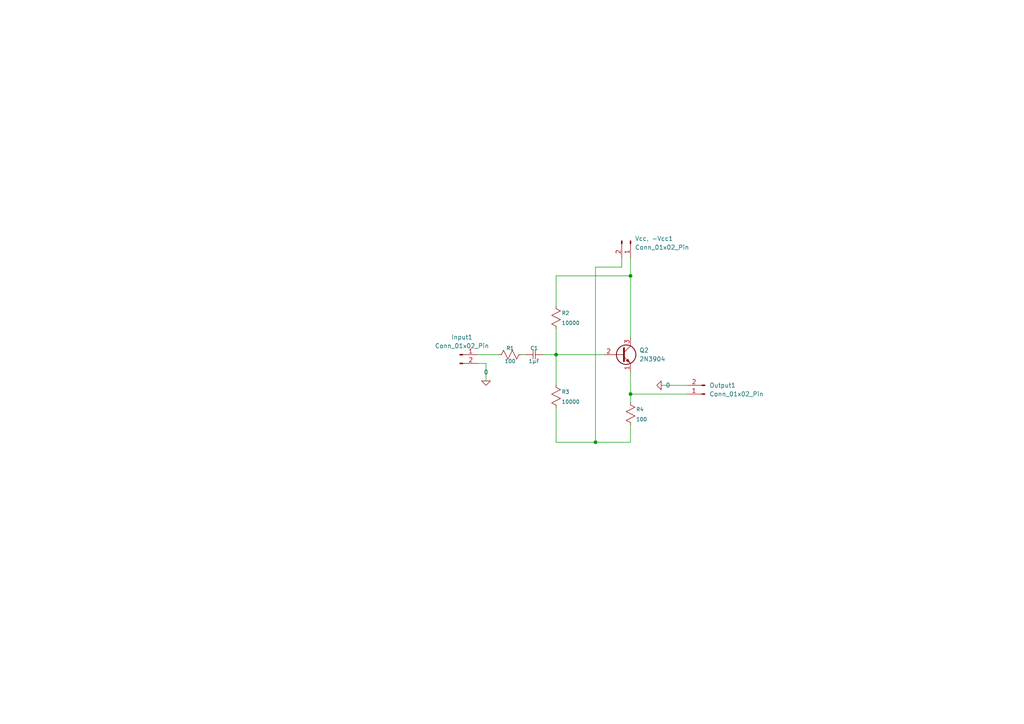
<source format=kicad_sch>
(kicad_sch (version 20250114) (generator "eeschema") (generator_version "9.0")
  (paper "A4")
  (lib_symbols
    (symbol "Connector:Conn_01x02_Pin" (pin_names (offset 1.016) (hide yes))
      (property "Reference" "J" (at 0 2.54 0))
      (property "Value" "Conn_01x02_Pin" (at 0 -5.08 0))
      (symbol "Conn_01x02_Pin_1_1"
        (rectangle (start 0.8636 0.127) (end 0 -0.127) (stroke (width 0.1524)) (fill (type outline)))
        (rectangle (start 0.8636 -2.413) (end 0 -2.667) (stroke (width 0.1524)) (fill (type outline)))
        (polyline (pts (xy 1.27 0) (xy 0.8636 0)) (stroke (width 0.1524)))
        (polyline (pts (xy 1.27 -2.54) (xy 0.8636 -2.54)) (stroke (width 0.1524)))
        (pin passive line (at 5.08 0 180) (length 3.81) (name "Pin_1") (number "1"))
        (pin passive line (at 5.08 -2.54 180) (length 3.81) (name "Pin_2") (number "2"))
      )
    )
    (symbol "Simulation_SPICE:0" (power) (pin_numbers (hide yes)) (pin_names (offset 0) (hide yes))
      (property "Value" "0" (at 0 -2.54 0))
      (symbol "0_0_1"
        (polyline (pts (xy -1.27 0) (xy 0 -1.27) (xy 1.27 0) (xy -1.27 0)))
      )
      (symbol "0_1_1"
        (pin power_in line (at 0 0 0) (length 0) (name "~") (number "1"))
      )
    )
    (symbol "Transistor_BJT:2N3904" (pin_names (offset 0) (hide yes))
      (property "Reference" "Q" (at 5.08 1.905 0))
      (property "Value" "2N3904" (at 5.08 0 0))
      (symbol "2N3904_0_1"
        (polyline (pts (xy -2.54 0) (xy 0.635 0)))
        (polyline (pts (xy 0.635 1.905) (xy 0.635 -1.905)) (stroke (width 0.508)))
        (circle (center 1.27 0) (radius 2.8194) (stroke (width 0.254)))
      )
      (symbol "2N3904_1_1"
        (polyline (pts (xy 0.635 0.635) (xy 2.54 2.54)))
        (polyline (pts (xy 0.635 -0.635) (xy 2.54 -2.54)))
        (polyline (pts (xy 1.27 -1.778) (xy 1.778 -1.27) (xy 2.286 -2.286) (xy 1.27 -1.778)) (fill (type outline)))
        (pin input line (at -5.08 0 0) (length 2.54) (name "B") (number "2"))
        (pin passive line (at 2.54 5.08 270) (length 2.54) (name "C") (number "3"))
        (pin passive line (at 2.54 -5.08 90) (length 2.54) (name "E") (number "1"))
      )
    )
    (symbol "ltspice:cap" (pin_numbers (hide yes))
      (symbol "cap_0_0"
        (polyline (pts (xy 1.27 0) (xy 1.27 -2.2352)) (stroke (width 0.1524)))
        (polyline (pts (xy 1.27 -5.08) (xy 1.27 -2.8702)) (stroke (width 0.1524)))
        (polyline (pts (xy 2.54 -2.2352) (xy 0 -2.2352)) (stroke (width 0.1524)))
        (polyline (pts (xy 2.54 -2.8702) (xy 0 -2.8702)) (stroke (width 0.1524)))
        (pin passive line (at 1.27 0 0) (length 0.0005) (name "") (number "1"))
        (pin passive line (at 1.27 -5.08 0) (length 0.0005) (name "") (number "2"))
      )
    )
    (symbol "ltspice:res" (pin_numbers (hide yes))
      (symbol "res_0_0"
        (polyline (pts (xy 0 -3.81) (xy 2.54 -2.54)) (stroke (width 0.1524)))
        (polyline (pts (xy 0 -6.35) (xy 2.54 -5.08)) (stroke (width 0.1524)))
        (polyline (pts (xy 1.27 -1.905) (xy 1.27 -1.27)) (stroke (width 0.1524)))
        (polyline (pts (xy 1.27 -6.985) (xy 0 -6.35)) (stroke (width 0.1524)))
        (polyline (pts (xy 1.27 -7.62) (xy 1.27 -6.985)) (stroke (width 0.1524)))
        (polyline (pts (xy 2.54 -2.54) (xy 1.27 -1.905)) (stroke (width 0.1524)))
        (polyline (pts (xy 2.54 -5.08) (xy 0 -3.81)) (stroke (width 0.1524)))
        (pin passive line (at 1.27 -1.27 0) (length 0.0005) (name "") (number "1"))
        (pin passive line (at 1.27 -7.62 0) (length 0.0005) (name "") (number "2"))
      )
    )
  )
  (junction (at 182.88 80.01))
  (junction (at 182.88 114.3))
  (junction (at 161.29 102.87))
  (junction (at 172.72 128.27))
  (wire (pts (xy 161.29 111.76) (xy 161.29 102.87)) (stroke (width 0.1524)))
  (wire (pts (xy 140.97 110.49) (xy 140.97 105.41)))
  (wire (pts (xy 182.88 114.3) (xy 182.88 116.84)))
  (wire (pts (xy 161.29 102.87) (xy 161.29 95.25)) (stroke (width 0.1524)))
  (wire (pts (xy 161.29 128.27) (xy 161.29 118.11)) (stroke (width 0.1524)))
  (wire (pts (xy 140.97 105.41) (xy 138.43 105.41)))
  (wire (pts (xy 182.88 74.93) (xy 182.88 80.01)))
  (wire (pts (xy 172.72 128.27) (xy 161.29 128.27)) (stroke (width 0.1524)))
  (wire (pts (xy 152.4 102.87) (xy 151.13 102.87)) (stroke (width 0.1524)))
  (wire (pts (xy 180.34 77.47) (xy 172.72 77.47)))
  (wire (pts (xy 191.77 111.76) (xy 199.39 111.76)))
  (wire (pts (xy 180.34 74.93) (xy 180.34 77.47)))
  (wire (pts (xy 182.88 114.3) (xy 199.39 114.3)))
  (wire (pts (xy 182.88 128.27) (xy 172.72 128.27)) (stroke (width 0.1524)))
  (wire (pts (xy 182.88 107.95) (xy 182.88 114.3)))
  (wire (pts (xy 161.29 88.9) (xy 161.29 80.01)) (stroke (width 0.1524)))
  (wire (pts (xy 144.78 102.87) (xy 138.43 102.87)) (stroke (width 0.1524)))
  (wire (pts (xy 161.29 102.87) (xy 175.26 102.87)))
  (wire (pts (xy 182.88 80.01) (xy 182.88 97.79)) (stroke (width 0.1524)))
  (wire (pts (xy 182.88 80.01) (xy 161.29 80.01)) (stroke (width 0.1524)))
  (wire (pts (xy 182.88 128.27) (xy 182.88 123.19)) (stroke (width 0.1524)))
  (wire (pts (xy 161.29 102.87) (xy 157.48 102.87)) (stroke (width 0.1524)))
  (wire (pts (xy 172.72 77.47) (xy 172.72 128.27)))
  (symbol (lib_id "ltspice:res") (at 160.02 87.63 0) (unit 1)
    (property "Reference" "R2" (at 162.8902 90.805 0) (effects (font (size 1.0668 1.0668)) (justify left)))
    (property "Value" "10000" (at 162.8902 93.6752 0) (effects (font (size 1.0668 1.0668)) (justify left)))
    (property "Footprint" "Resistor_THT:R_Axial_DIN0207_L6.3mm_D2.5mm_P10.16mm_Horizontal" (effects (hide yes)))
    (property "Sim.Device" "R" (effects (hide yes)))
    (property "Sim.Params" "R=${VALUE}" (effects (hide yes)))
  )
  (symbol (lib_id "ltspice:res") (at 181.61 115.57 0) (unit 1)
    (property "Reference" "R4" (at 184.4802 118.745 0) (effects (font (size 1.0668 1.0668)) (justify left)))
    (property "Value" "100" (at 184.4802 121.6152 0) (effects (font (size 1.0668 1.0668)) (justify left)))
    (property "Footprint" "Resistor_THT:R_Axial_DIN0207_L6.3mm_D2.5mm_P10.16mm_Horizontal" (effects (hide yes)))
    (property "Sim.Device" "R" (effects (hide yes)))
    (property "Sim.Params" "R=${VALUE}" (effects (hide yes)))
  )
  (symbol (lib_id "ltspice:res") (at 160.02 110.49 0) (unit 1)
    (property "Reference" "R3" (at 162.8902 113.665 0) (effects (font (size 1.0668 1.0668)) (justify left)))
    (property "Value" "10000" (at 162.8902 116.5352 0) (effects (font (size 1.0668 1.0668)) (justify left)))
    (property "Footprint" "Resistor_THT:R_Axial_DIN0207_L6.3mm_D2.5mm_P10.16mm_Horizontal" (effects (hide yes)))
    (property "Sim.Device" "R" (effects (hide yes)))
    (property "Sim.Params" "R=${VALUE}" (effects (hide yes)))
  )
  (symbol (lib_id "Connector:Conn_01x02_Pin") (at 133.35 102.87 0) (unit 1)
    (property "Reference" "Input1" (at 133.985 97.79 0))
    (property "Value" "Conn_01x02_Pin" (at 133.985 100.33 0))
    (property "Footprint" "Connector_PinHeader_2.00mm:PinHeader_1x02_P2.00mm_Vertical" (effects (hide yes)))
    (property "Description" "Generic connector, single row, 01x02, script generated" (effects (hide yes)))
  )
  (symbol (lib_id "Transistor_BJT:2N3904") (at 180.34 102.87 0) (unit 1)
    (property "Reference" "Q2" (at 185.42 101.5999 0) (effects (justify left)))
    (property "Value" "2N3904" (at 185.42 104.1399 0) (effects (justify left)))
    (property "Footprint" "Package_TO_SOT_THT:TO-92_Inline" (effects (hide yes)))
    (property "Datasheet" "https://www.onsemi.com/pub/Collateral/2N3903-D.PDF" (effects (hide yes)))
    (property "Description" "0.2A Ic, 40V Vce, Small Signal NPN Transistor, TO-92" (effects (hide yes)))
  )
  (symbol (lib_id "Connector:Conn_01x02_Pin") (at 182.88 69.85 270) (unit 1)
    (property "Reference" "Vcc, -Vcc1" (at 184.15 69.2149 90) (effects (justify left)))
    (property "Value" "Conn_01x02_Pin" (at 184.15 71.7549 90) (effects (justify left)))
    (property "Footprint" "Connector_PinHeader_2.00mm:PinHeader_1x02_P2.00mm_Vertical" (effects (hide yes)))
    (property "Description" "Generic connector, single row, 01x02, script generated" (effects (hide yes)))
  )
  (symbol (lib_id "Simulation_SPICE:0") (at 140.97 110.49 0) (unit 1)
    (property "Reference" "#GND02" (effects (hide yes)))
    (property "Value" "0" (at 140.97 107.95 0))
    (property "Datasheet" "https://ngspice.sourceforge.io/docs/ngspice-html-manual/manual.xhtml#subsec_Circuit_elements__device" (effects (hide yes)))
    (property "Description" "0V reference potential for simulation" (effects (hide yes)))
  )
  (symbol (lib_id "ltspice:cap") (at 157.48 101.6 270) (unit 1)
    (property "Reference" "C1" (at 154.94 101.6 90) (effects (font (size 1.0668 1.0668)) (justify bottom)))
    (property "Value" "1µF" (at 154.94 104.14 90) (effects (font (size 1.0668 1.0668)) (justify top)))
    (property "Footprint" "Capacitor_THT:C_Disc_D3.4mm_W2.1mm_P2.50mm" (effects (hide yes)))
    (property "Sim.Device" "C" (effects (hide yes)))
    (property "Sim.Params" "C=${VALUE}" (effects (hide yes)))
  )
  (symbol (lib_id "ltspice:res") (at 152.4 101.6 270) (unit 1)
    (property "Reference" "R1" (at 147.955 101.6 90) (effects (font (size 1.0668 1.0668)) (justify bottom)))
    (property "Value" "100" (at 147.955 104.14 90) (effects (font (size 1.0668 1.0668)) (justify top)))
    (property "Footprint" "Resistor_THT:R_Axial_DIN0207_L6.3mm_D2.5mm_P10.16mm_Horizontal" (effects (hide yes)))
    (property "Sim.Device" "R" (effects (hide yes)))
    (property "Sim.Params" "R=${VALUE}" (effects (hide yes)))
  )
  (symbol (lib_id "Simulation_SPICE:0") (at 191.77 111.76 270) (unit 1)
    (property "Reference" "#GND01" (effects (hide yes)))
    (property "Value" "0" (at 193.04 111.7599 90) (effects (justify left)))
    (property "Datasheet" "https://ngspice.sourceforge.io/docs/ngspice-html-manual/manual.xhtml#subsec_Circuit_elements__device" (effects (hide yes)))
    (property "Description" "0V reference potential for simulation" (effects (hide yes)))
  )
  (symbol (lib_id "Connector:Conn_01x02_Pin") (at 204.47 114.3 180) (unit 1)
    (property "Reference" "Output1" (at 205.74 111.7599 0) (effects (justify right)))
    (property "Value" "Conn_01x02_Pin" (at 205.74 114.2999 0) (effects (justify right)))
    (property "Footprint" "Connector_PinHeader_2.00mm:PinHeader_1x02_P2.00mm_Vertical" (effects (hide yes)))
    (property "Description" "Generic connector, single row, 01x02, script generated" (effects (hide yes)))
  )
)
</source>
